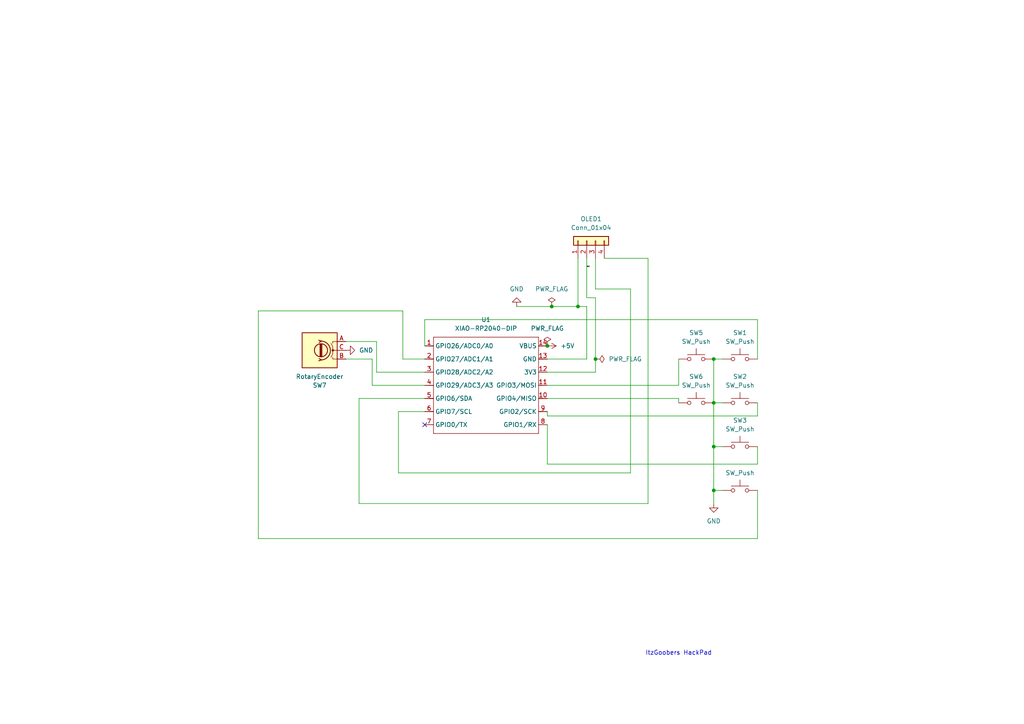
<source format=kicad_sch>
(kicad_sch
	(version 20250114)
	(generator "eeschema")
	(generator_version "9.0")
	(uuid "2de14a12-f393-4c95-a541-734d23138126")
	(paper "A4")
	(lib_symbols
		(symbol "Device:RotaryEncoder"
			(pin_names
				(offset 0.254)
				(hide yes)
			)
			(exclude_from_sim no)
			(in_bom yes)
			(on_board yes)
			(property "Reference" "SW"
				(at 0 6.604 0)
				(effects
					(font
						(size 1.27 1.27)
					)
				)
			)
			(property "Value" "RotaryEncoder"
				(at 0 -6.604 0)
				(effects
					(font
						(size 1.27 1.27)
					)
				)
			)
			(property "Footprint" ""
				(at -3.81 4.064 0)
				(effects
					(font
						(size 1.27 1.27)
					)
					(hide yes)
				)
			)
			(property "Datasheet" "~"
				(at 0 6.604 0)
				(effects
					(font
						(size 1.27 1.27)
					)
					(hide yes)
				)
			)
			(property "Description" "Rotary encoder, dual channel, incremental quadrate outputs"
				(at 0 0 0)
				(effects
					(font
						(size 1.27 1.27)
					)
					(hide yes)
				)
			)
			(property "ki_keywords" "rotary switch encoder"
				(at 0 0 0)
				(effects
					(font
						(size 1.27 1.27)
					)
					(hide yes)
				)
			)
			(property "ki_fp_filters" "RotaryEncoder*"
				(at 0 0 0)
				(effects
					(font
						(size 1.27 1.27)
					)
					(hide yes)
				)
			)
			(symbol "RotaryEncoder_0_1"
				(rectangle
					(start -5.08 5.08)
					(end 5.08 -5.08)
					(stroke
						(width 0.254)
						(type default)
					)
					(fill
						(type background)
					)
				)
				(polyline
					(pts
						(xy -5.08 2.54) (xy -3.81 2.54) (xy -3.81 2.032)
					)
					(stroke
						(width 0)
						(type default)
					)
					(fill
						(type none)
					)
				)
				(polyline
					(pts
						(xy -5.08 0) (xy -3.81 0) (xy -3.81 -1.016) (xy -3.302 -2.032)
					)
					(stroke
						(width 0)
						(type default)
					)
					(fill
						(type none)
					)
				)
				(polyline
					(pts
						(xy -5.08 -2.54) (xy -3.81 -2.54) (xy -3.81 -2.032)
					)
					(stroke
						(width 0)
						(type default)
					)
					(fill
						(type none)
					)
				)
				(polyline
					(pts
						(xy -4.318 0) (xy -3.81 0) (xy -3.81 1.016) (xy -3.302 2.032)
					)
					(stroke
						(width 0)
						(type default)
					)
					(fill
						(type none)
					)
				)
				(circle
					(center -3.81 0)
					(radius 0.254)
					(stroke
						(width 0)
						(type default)
					)
					(fill
						(type outline)
					)
				)
				(polyline
					(pts
						(xy -0.635 -1.778) (xy -0.635 1.778)
					)
					(stroke
						(width 0.254)
						(type default)
					)
					(fill
						(type none)
					)
				)
				(circle
					(center -0.381 0)
					(radius 1.905)
					(stroke
						(width 0.254)
						(type default)
					)
					(fill
						(type none)
					)
				)
				(polyline
					(pts
						(xy -0.381 -1.778) (xy -0.381 1.778)
					)
					(stroke
						(width 0.254)
						(type default)
					)
					(fill
						(type none)
					)
				)
				(arc
					(start -0.381 -2.794)
					(mid -3.0988 -0.0635)
					(end -0.381 2.667)
					(stroke
						(width 0.254)
						(type default)
					)
					(fill
						(type none)
					)
				)
				(polyline
					(pts
						(xy -0.127 1.778) (xy -0.127 -1.778)
					)
					(stroke
						(width 0.254)
						(type default)
					)
					(fill
						(type none)
					)
				)
				(polyline
					(pts
						(xy 0.254 2.921) (xy -0.508 2.667) (xy 0.127 2.286)
					)
					(stroke
						(width 0.254)
						(type default)
					)
					(fill
						(type none)
					)
				)
				(polyline
					(pts
						(xy 0.254 -3.048) (xy -0.508 -2.794) (xy 0.127 -2.413)
					)
					(stroke
						(width 0.254)
						(type default)
					)
					(fill
						(type none)
					)
				)
			)
			(symbol "RotaryEncoder_1_1"
				(pin passive line
					(at -7.62 2.54 0)
					(length 2.54)
					(name "A"
						(effects
							(font
								(size 1.27 1.27)
							)
						)
					)
					(number "A"
						(effects
							(font
								(size 1.27 1.27)
							)
						)
					)
				)
				(pin passive line
					(at -7.62 0 0)
					(length 2.54)
					(name "C"
						(effects
							(font
								(size 1.27 1.27)
							)
						)
					)
					(number "C"
						(effects
							(font
								(size 1.27 1.27)
							)
						)
					)
				)
				(pin passive line
					(at -7.62 -2.54 0)
					(length 2.54)
					(name "B"
						(effects
							(font
								(size 1.27 1.27)
							)
						)
					)
					(number "B"
						(effects
							(font
								(size 1.27 1.27)
							)
						)
					)
				)
			)
			(embedded_fonts no)
		)
		(symbol "New_Library:Conn_01x04"
			(pin_names
				(offset 1.016)
				(hide yes)
			)
			(exclude_from_sim no)
			(in_bom yes)
			(on_board yes)
			(property "Reference" "OLED1"
				(at 6.35 -1.27 90)
				(effects
					(font
						(size 1.27 1.27)
					)
				)
			)
			(property "Value" "Conn_01x04"
				(at 3.81 -1.27 90)
				(effects
					(font
						(size 1.27 1.27)
					)
				)
			)
			(property "Footprint" "SSD1306_OLED-0.91-128x32:SSD1306-0.91-OLED-4pin-128x32"
				(at 0 0 0)
				(effects
					(font
						(size 1.27 1.27)
					)
					(hide yes)
				)
			)
			(property "Datasheet" "~"
				(at 0 0 0)
				(effects
					(font
						(size 1.27 1.27)
					)
					(hide yes)
				)
			)
			(property "Description" "Generic connector, single row, 01x04, script generated (kicad-library-utils/schlib/autogen/connector/)"
				(at 0 0 0)
				(effects
					(font
						(size 1.27 1.27)
					)
					(hide yes)
				)
			)
			(property "ki_keywords" "connector"
				(at 0 0 0)
				(effects
					(font
						(size 1.27 1.27)
					)
					(hide yes)
				)
			)
			(property "ki_fp_filters" "Connector*:*_1x??_*"
				(at 0 0 0)
				(effects
					(font
						(size 1.27 1.27)
					)
					(hide yes)
				)
			)
			(symbol "Conn_01x04_1_1"
				(rectangle
					(start -1.27 3.81)
					(end 1.27 -6.35)
					(stroke
						(width 0.254)
						(type default)
					)
					(fill
						(type background)
					)
				)
				(rectangle
					(start -1.27 2.667)
					(end 0 2.413)
					(stroke
						(width 0.1524)
						(type default)
					)
					(fill
						(type none)
					)
				)
				(rectangle
					(start -1.27 0.127)
					(end 0 -0.127)
					(stroke
						(width 0.1524)
						(type default)
					)
					(fill
						(type none)
					)
				)
				(rectangle
					(start -1.27 -2.413)
					(end 0 -2.667)
					(stroke
						(width 0.1524)
						(type default)
					)
					(fill
						(type none)
					)
				)
				(rectangle
					(start -1.27 -4.953)
					(end 0 -5.207)
					(stroke
						(width 0.1524)
						(type default)
					)
					(fill
						(type none)
					)
				)
				(pin passive line
					(at -5.08 2.54 0)
					(length 3.81)
					(name "GND"
						(effects
							(font
								(size 1.27 1.27)
							)
						)
					)
					(number "1"
						(effects
							(font
								(size 1.27 1.27)
							)
						)
					)
				)
				(pin passive line
					(at -5.08 0 0)
					(length 3.81)
					(name "VCC"
						(effects
							(font
								(size 1.27 1.27)
							)
						)
					)
					(number "2"
						(effects
							(font
								(size 1.27 1.27)
							)
						)
					)
				)
				(pin passive line
					(at -5.08 -2.54 0)
					(length 3.81)
					(name "SCL"
						(effects
							(font
								(size 1.27 1.27)
							)
						)
					)
					(number "3"
						(effects
							(font
								(size 1.27 1.27)
							)
						)
					)
				)
				(pin passive line
					(at -5.08 -5.08 0)
					(length 3.81)
					(name "SDA"
						(effects
							(font
								(size 1.27 1.27)
							)
						)
					)
					(number "4"
						(effects
							(font
								(size 1.27 1.27)
							)
						)
					)
				)
			)
			(embedded_fonts no)
		)
		(symbol "OPL Library:XIAO-RP2040-DIP"
			(exclude_from_sim no)
			(in_bom yes)
			(on_board yes)
			(property "Reference" "U"
				(at 0 0 0)
				(effects
					(font
						(size 1.27 1.27)
					)
				)
			)
			(property "Value" "XIAO-RP2040-DIP"
				(at 5.334 -1.778 0)
				(effects
					(font
						(size 1.27 1.27)
					)
				)
			)
			(property "Footprint" "Module:MOUDLE14P-XIAO-DIP-SMD"
				(at 14.478 -32.258 0)
				(effects
					(font
						(size 1.27 1.27)
					)
					(hide yes)
				)
			)
			(property "Datasheet" ""
				(at 0 0 0)
				(effects
					(font
						(size 1.27 1.27)
					)
					(hide yes)
				)
			)
			(property "Description" ""
				(at 0 0 0)
				(effects
					(font
						(size 1.27 1.27)
					)
					(hide yes)
				)
			)
			(symbol "XIAO-RP2040-DIP_1_0"
				(polyline
					(pts
						(xy -1.27 -2.54) (xy 29.21 -2.54)
					)
					(stroke
						(width 0.1524)
						(type solid)
					)
					(fill
						(type none)
					)
				)
				(polyline
					(pts
						(xy -1.27 -5.08) (xy -2.54 -5.08)
					)
					(stroke
						(width 0.1524)
						(type solid)
					)
					(fill
						(type none)
					)
				)
				(polyline
					(pts
						(xy -1.27 -5.08) (xy -1.27 -2.54)
					)
					(stroke
						(width 0.1524)
						(type solid)
					)
					(fill
						(type none)
					)
				)
				(polyline
					(pts
						(xy -1.27 -8.89) (xy -2.54 -8.89)
					)
					(stroke
						(width 0.1524)
						(type solid)
					)
					(fill
						(type none)
					)
				)
				(polyline
					(pts
						(xy -1.27 -8.89) (xy -1.27 -5.08)
					)
					(stroke
						(width 0.1524)
						(type solid)
					)
					(fill
						(type none)
					)
				)
				(polyline
					(pts
						(xy -1.27 -12.7) (xy -2.54 -12.7)
					)
					(stroke
						(width 0.1524)
						(type solid)
					)
					(fill
						(type none)
					)
				)
				(polyline
					(pts
						(xy -1.27 -12.7) (xy -1.27 -8.89)
					)
					(stroke
						(width 0.1524)
						(type solid)
					)
					(fill
						(type none)
					)
				)
				(polyline
					(pts
						(xy -1.27 -16.51) (xy -2.54 -16.51)
					)
					(stroke
						(width 0.1524)
						(type solid)
					)
					(fill
						(type none)
					)
				)
				(polyline
					(pts
						(xy -1.27 -16.51) (xy -1.27 -12.7)
					)
					(stroke
						(width 0.1524)
						(type solid)
					)
					(fill
						(type none)
					)
				)
				(polyline
					(pts
						(xy -1.27 -20.32) (xy -2.54 -20.32)
					)
					(stroke
						(width 0.1524)
						(type solid)
					)
					(fill
						(type none)
					)
				)
				(polyline
					(pts
						(xy -1.27 -24.13) (xy -2.54 -24.13)
					)
					(stroke
						(width 0.1524)
						(type solid)
					)
					(fill
						(type none)
					)
				)
				(polyline
					(pts
						(xy -1.27 -27.94) (xy -2.54 -27.94)
					)
					(stroke
						(width 0.1524)
						(type solid)
					)
					(fill
						(type none)
					)
				)
				(polyline
					(pts
						(xy -1.27 -30.48) (xy -1.27 -16.51)
					)
					(stroke
						(width 0.1524)
						(type solid)
					)
					(fill
						(type none)
					)
				)
				(polyline
					(pts
						(xy 29.21 -2.54) (xy 29.21 -5.08)
					)
					(stroke
						(width 0.1524)
						(type solid)
					)
					(fill
						(type none)
					)
				)
				(polyline
					(pts
						(xy 29.21 -5.08) (xy 29.21 -8.89)
					)
					(stroke
						(width 0.1524)
						(type solid)
					)
					(fill
						(type none)
					)
				)
				(polyline
					(pts
						(xy 29.21 -8.89) (xy 29.21 -12.7)
					)
					(stroke
						(width 0.1524)
						(type solid)
					)
					(fill
						(type none)
					)
				)
				(polyline
					(pts
						(xy 29.21 -12.7) (xy 29.21 -30.48)
					)
					(stroke
						(width 0.1524)
						(type solid)
					)
					(fill
						(type none)
					)
				)
				(polyline
					(pts
						(xy 29.21 -30.48) (xy -1.27 -30.48)
					)
					(stroke
						(width 0.1524)
						(type solid)
					)
					(fill
						(type none)
					)
				)
				(polyline
					(pts
						(xy 30.48 -5.08) (xy 29.21 -5.08)
					)
					(stroke
						(width 0.1524)
						(type solid)
					)
					(fill
						(type none)
					)
				)
				(polyline
					(pts
						(xy 30.48 -8.89) (xy 29.21 -8.89)
					)
					(stroke
						(width 0.1524)
						(type solid)
					)
					(fill
						(type none)
					)
				)
				(polyline
					(pts
						(xy 30.48 -12.7) (xy 29.21 -12.7)
					)
					(stroke
						(width 0.1524)
						(type solid)
					)
					(fill
						(type none)
					)
				)
				(polyline
					(pts
						(xy 30.48 -16.51) (xy 29.21 -16.51)
					)
					(stroke
						(width 0.1524)
						(type solid)
					)
					(fill
						(type none)
					)
				)
				(polyline
					(pts
						(xy 30.48 -20.32) (xy 29.21 -20.32)
					)
					(stroke
						(width 0.1524)
						(type solid)
					)
					(fill
						(type none)
					)
				)
				(polyline
					(pts
						(xy 30.48 -24.13) (xy 29.21 -24.13)
					)
					(stroke
						(width 0.1524)
						(type solid)
					)
					(fill
						(type none)
					)
				)
				(polyline
					(pts
						(xy 30.48 -27.94) (xy 29.21 -27.94)
					)
					(stroke
						(width 0.1524)
						(type solid)
					)
					(fill
						(type none)
					)
				)
				(pin passive line
					(at -3.81 -5.08 0)
					(length 2.54)
					(name "GPIO26/ADC0/A0"
						(effects
							(font
								(size 1.27 1.27)
							)
						)
					)
					(number "1"
						(effects
							(font
								(size 1.27 1.27)
							)
						)
					)
				)
				(pin passive line
					(at -3.81 -8.89 0)
					(length 2.54)
					(name "GPIO27/ADC1/A1"
						(effects
							(font
								(size 1.27 1.27)
							)
						)
					)
					(number "2"
						(effects
							(font
								(size 1.27 1.27)
							)
						)
					)
				)
				(pin passive line
					(at -3.81 -12.7 0)
					(length 2.54)
					(name "GPIO28/ADC2/A2"
						(effects
							(font
								(size 1.27 1.27)
							)
						)
					)
					(number "3"
						(effects
							(font
								(size 1.27 1.27)
							)
						)
					)
				)
				(pin passive line
					(at -3.81 -16.51 0)
					(length 2.54)
					(name "GPIO29/ADC3/A3"
						(effects
							(font
								(size 1.27 1.27)
							)
						)
					)
					(number "4"
						(effects
							(font
								(size 1.27 1.27)
							)
						)
					)
				)
				(pin passive line
					(at -3.81 -20.32 0)
					(length 2.54)
					(name "GPIO6/SDA"
						(effects
							(font
								(size 1.27 1.27)
							)
						)
					)
					(number "5"
						(effects
							(font
								(size 1.27 1.27)
							)
						)
					)
				)
				(pin passive line
					(at -3.81 -24.13 0)
					(length 2.54)
					(name "GPIO7/SCL"
						(effects
							(font
								(size 1.27 1.27)
							)
						)
					)
					(number "6"
						(effects
							(font
								(size 1.27 1.27)
							)
						)
					)
				)
				(pin passive line
					(at -3.81 -27.94 0)
					(length 2.54)
					(name "GPIO0/TX"
						(effects
							(font
								(size 1.27 1.27)
							)
						)
					)
					(number "7"
						(effects
							(font
								(size 1.27 1.27)
							)
						)
					)
				)
				(pin passive line
					(at 31.75 -5.08 180)
					(length 2.54)
					(name "VBUS"
						(effects
							(font
								(size 1.27 1.27)
							)
						)
					)
					(number "14"
						(effects
							(font
								(size 1.27 1.27)
							)
						)
					)
				)
				(pin passive line
					(at 31.75 -8.89 180)
					(length 2.54)
					(name "GND"
						(effects
							(font
								(size 1.27 1.27)
							)
						)
					)
					(number "13"
						(effects
							(font
								(size 1.27 1.27)
							)
						)
					)
				)
				(pin passive line
					(at 31.75 -12.7 180)
					(length 2.54)
					(name "3V3"
						(effects
							(font
								(size 1.27 1.27)
							)
						)
					)
					(number "12"
						(effects
							(font
								(size 1.27 1.27)
							)
						)
					)
				)
				(pin passive line
					(at 31.75 -16.51 180)
					(length 2.54)
					(name "GPIO3/MOSI"
						(effects
							(font
								(size 1.27 1.27)
							)
						)
					)
					(number "11"
						(effects
							(font
								(size 1.27 1.27)
							)
						)
					)
				)
				(pin passive line
					(at 31.75 -20.32 180)
					(length 2.54)
					(name "GPIO4/MISO"
						(effects
							(font
								(size 1.27 1.27)
							)
						)
					)
					(number "10"
						(effects
							(font
								(size 1.27 1.27)
							)
						)
					)
				)
				(pin passive line
					(at 31.75 -24.13 180)
					(length 2.54)
					(name "GPIO2/SCK"
						(effects
							(font
								(size 1.27 1.27)
							)
						)
					)
					(number "9"
						(effects
							(font
								(size 1.27 1.27)
							)
						)
					)
				)
				(pin passive line
					(at 31.75 -27.94 180)
					(length 2.54)
					(name "GPIO1/RX"
						(effects
							(font
								(size 1.27 1.27)
							)
						)
					)
					(number "8"
						(effects
							(font
								(size 1.27 1.27)
							)
						)
					)
				)
			)
			(embedded_fonts no)
		)
		(symbol "SW_Push_1"
			(pin_numbers
				(hide yes)
			)
			(pin_names
				(offset 1.016)
				(hide yes)
			)
			(exclude_from_sim no)
			(in_bom yes)
			(on_board yes)
			(property "Reference" "SW"
				(at 1.27 2.54 0)
				(effects
					(font
						(size 1.27 1.27)
					)
					(justify left)
				)
			)
			(property "Value" "SW_Push"
				(at 0 -1.524 0)
				(effects
					(font
						(size 1.27 1.27)
					)
				)
			)
			(property "Footprint" ""
				(at 0 5.08 0)
				(effects
					(font
						(size 1.27 1.27)
					)
					(hide yes)
				)
			)
			(property "Datasheet" "~"
				(at 0 5.08 0)
				(effects
					(font
						(size 1.27 1.27)
					)
					(hide yes)
				)
			)
			(property "Description" "Push button switch, generic, two pins"
				(at 0 0 0)
				(effects
					(font
						(size 1.27 1.27)
					)
					(hide yes)
				)
			)
			(property "ki_keywords" "switch normally-open pushbutton push-button"
				(at 0 0 0)
				(effects
					(font
						(size 1.27 1.27)
					)
					(hide yes)
				)
			)
			(symbol "SW_Push_1_0_1"
				(circle
					(center -2.032 0)
					(radius 0.508)
					(stroke
						(width 0)
						(type default)
					)
					(fill
						(type none)
					)
				)
				(polyline
					(pts
						(xy 0 1.27) (xy 0 3.048)
					)
					(stroke
						(width 0)
						(type default)
					)
					(fill
						(type none)
					)
				)
				(circle
					(center 2.032 0)
					(radius 0.508)
					(stroke
						(width 0)
						(type default)
					)
					(fill
						(type none)
					)
				)
				(polyline
					(pts
						(xy 2.54 1.27) (xy -2.54 1.27)
					)
					(stroke
						(width 0)
						(type default)
					)
					(fill
						(type none)
					)
				)
				(pin passive line
					(at -5.08 0 0)
					(length 2.54)
					(name "1"
						(effects
							(font
								(size 1.27 1.27)
							)
						)
					)
					(number "1"
						(effects
							(font
								(size 1.27 1.27)
							)
						)
					)
				)
				(pin passive line
					(at 5.08 0 180)
					(length 2.54)
					(name "2"
						(effects
							(font
								(size 1.27 1.27)
							)
						)
					)
					(number "2"
						(effects
							(font
								(size 1.27 1.27)
							)
						)
					)
				)
			)
			(embedded_fonts no)
		)
		(symbol "SW_Push_2"
			(pin_numbers
				(hide yes)
			)
			(pin_names
				(offset 1.016)
				(hide yes)
			)
			(exclude_from_sim no)
			(in_bom yes)
			(on_board yes)
			(property "Reference" "SW"
				(at 1.27 2.54 0)
				(effects
					(font
						(size 1.27 1.27)
					)
					(justify left)
				)
			)
			(property "Value" "SW_Push"
				(at 0 -1.524 0)
				(effects
					(font
						(size 1.27 1.27)
					)
				)
			)
			(property "Footprint" ""
				(at 0 5.08 0)
				(effects
					(font
						(size 1.27 1.27)
					)
					(hide yes)
				)
			)
			(property "Datasheet" "~"
				(at 0 5.08 0)
				(effects
					(font
						(size 1.27 1.27)
					)
					(hide yes)
				)
			)
			(property "Description" "Push button switch, generic, two pins"
				(at 0 0 0)
				(effects
					(font
						(size 1.27 1.27)
					)
					(hide yes)
				)
			)
			(property "ki_keywords" "switch normally-open pushbutton push-button"
				(at 0 0 0)
				(effects
					(font
						(size 1.27 1.27)
					)
					(hide yes)
				)
			)
			(symbol "SW_Push_2_0_1"
				(circle
					(center -2.032 0)
					(radius 0.508)
					(stroke
						(width 0)
						(type default)
					)
					(fill
						(type none)
					)
				)
				(polyline
					(pts
						(xy 0 1.27) (xy 0 3.048)
					)
					(stroke
						(width 0)
						(type default)
					)
					(fill
						(type none)
					)
				)
				(circle
					(center 2.032 0)
					(radius 0.508)
					(stroke
						(width 0)
						(type default)
					)
					(fill
						(type none)
					)
				)
				(polyline
					(pts
						(xy 2.54 1.27) (xy -2.54 1.27)
					)
					(stroke
						(width 0)
						(type default)
					)
					(fill
						(type none)
					)
				)
				(pin passive line
					(at -5.08 0 0)
					(length 2.54)
					(name "1"
						(effects
							(font
								(size 1.27 1.27)
							)
						)
					)
					(number "1"
						(effects
							(font
								(size 1.27 1.27)
							)
						)
					)
				)
				(pin passive line
					(at 5.08 0 180)
					(length 2.54)
					(name "2"
						(effects
							(font
								(size 1.27 1.27)
							)
						)
					)
					(number "2"
						(effects
							(font
								(size 1.27 1.27)
							)
						)
					)
				)
			)
			(embedded_fonts no)
		)
		(symbol "Switch:SW_Push"
			(pin_numbers
				(hide yes)
			)
			(pin_names
				(offset 1.016)
				(hide yes)
			)
			(exclude_from_sim no)
			(in_bom yes)
			(on_board yes)
			(property "Reference" "SW"
				(at 1.27 2.54 0)
				(effects
					(font
						(size 1.27 1.27)
					)
					(justify left)
				)
			)
			(property "Value" "SW_Push"
				(at 0 -1.524 0)
				(effects
					(font
						(size 1.27 1.27)
					)
				)
			)
			(property "Footprint" ""
				(at 0 5.08 0)
				(effects
					(font
						(size 1.27 1.27)
					)
					(hide yes)
				)
			)
			(property "Datasheet" "~"
				(at 0 5.08 0)
				(effects
					(font
						(size 1.27 1.27)
					)
					(hide yes)
				)
			)
			(property "Description" "Push button switch, generic, two pins"
				(at 0 0 0)
				(effects
					(font
						(size 1.27 1.27)
					)
					(hide yes)
				)
			)
			(property "ki_keywords" "switch normally-open pushbutton push-button"
				(at 0 0 0)
				(effects
					(font
						(size 1.27 1.27)
					)
					(hide yes)
				)
			)
			(symbol "SW_Push_0_1"
				(circle
					(center -2.032 0)
					(radius 0.508)
					(stroke
						(width 0)
						(type default)
					)
					(fill
						(type none)
					)
				)
				(polyline
					(pts
						(xy 0 1.27) (xy 0 3.048)
					)
					(stroke
						(width 0)
						(type default)
					)
					(fill
						(type none)
					)
				)
				(circle
					(center 2.032 0)
					(radius 0.508)
					(stroke
						(width 0)
						(type default)
					)
					(fill
						(type none)
					)
				)
				(polyline
					(pts
						(xy 2.54 1.27) (xy -2.54 1.27)
					)
					(stroke
						(width 0)
						(type default)
					)
					(fill
						(type none)
					)
				)
				(pin passive line
					(at -5.08 0 0)
					(length 2.54)
					(name "1"
						(effects
							(font
								(size 1.27 1.27)
							)
						)
					)
					(number "1"
						(effects
							(font
								(size 1.27 1.27)
							)
						)
					)
				)
				(pin passive line
					(at 5.08 0 180)
					(length 2.54)
					(name "2"
						(effects
							(font
								(size 1.27 1.27)
							)
						)
					)
					(number "2"
						(effects
							(font
								(size 1.27 1.27)
							)
						)
					)
				)
			)
			(embedded_fonts no)
		)
		(symbol "power:+5V"
			(power)
			(pin_numbers
				(hide yes)
			)
			(pin_names
				(offset 0)
				(hide yes)
			)
			(exclude_from_sim no)
			(in_bom yes)
			(on_board yes)
			(property "Reference" "#PWR"
				(at 0 -3.81 0)
				(effects
					(font
						(size 1.27 1.27)
					)
					(hide yes)
				)
			)
			(property "Value" "+5V"
				(at 0 3.556 0)
				(effects
					(font
						(size 1.27 1.27)
					)
				)
			)
			(property "Footprint" ""
				(at 0 0 0)
				(effects
					(font
						(size 1.27 1.27)
					)
					(hide yes)
				)
			)
			(property "Datasheet" ""
				(at 0 0 0)
				(effects
					(font
						(size 1.27 1.27)
					)
					(hide yes)
				)
			)
			(property "Description" "Power symbol creates a global label with name \"+5V\""
				(at 0 0 0)
				(effects
					(font
						(size 1.27 1.27)
					)
					(hide yes)
				)
			)
			(property "ki_keywords" "global power"
				(at 0 0 0)
				(effects
					(font
						(size 1.27 1.27)
					)
					(hide yes)
				)
			)
			(symbol "+5V_0_1"
				(polyline
					(pts
						(xy -0.762 1.27) (xy 0 2.54)
					)
					(stroke
						(width 0)
						(type default)
					)
					(fill
						(type none)
					)
				)
				(polyline
					(pts
						(xy 0 2.54) (xy 0.762 1.27)
					)
					(stroke
						(width 0)
						(type default)
					)
					(fill
						(type none)
					)
				)
				(polyline
					(pts
						(xy 0 0) (xy 0 2.54)
					)
					(stroke
						(width 0)
						(type default)
					)
					(fill
						(type none)
					)
				)
			)
			(symbol "+5V_1_1"
				(pin power_in line
					(at 0 0 90)
					(length 0)
					(name "~"
						(effects
							(font
								(size 1.27 1.27)
							)
						)
					)
					(number "1"
						(effects
							(font
								(size 1.27 1.27)
							)
						)
					)
				)
			)
			(embedded_fonts no)
		)
		(symbol "power:GND"
			(power)
			(pin_numbers
				(hide yes)
			)
			(pin_names
				(offset 0)
				(hide yes)
			)
			(exclude_from_sim no)
			(in_bom yes)
			(on_board yes)
			(property "Reference" "#PWR"
				(at 0 -6.35 0)
				(effects
					(font
						(size 1.27 1.27)
					)
					(hide yes)
				)
			)
			(property "Value" "GND"
				(at 0 -3.81 0)
				(effects
					(font
						(size 1.27 1.27)
					)
				)
			)
			(property "Footprint" ""
				(at 0 0 0)
				(effects
					(font
						(size 1.27 1.27)
					)
					(hide yes)
				)
			)
			(property "Datasheet" ""
				(at 0 0 0)
				(effects
					(font
						(size 1.27 1.27)
					)
					(hide yes)
				)
			)
			(property "Description" "Power symbol creates a global label with name \"GND\" , ground"
				(at 0 0 0)
				(effects
					(font
						(size 1.27 1.27)
					)
					(hide yes)
				)
			)
			(property "ki_keywords" "global power"
				(at 0 0 0)
				(effects
					(font
						(size 1.27 1.27)
					)
					(hide yes)
				)
			)
			(symbol "GND_0_1"
				(polyline
					(pts
						(xy 0 0) (xy 0 -1.27) (xy 1.27 -1.27) (xy 0 -2.54) (xy -1.27 -1.27) (xy 0 -1.27)
					)
					(stroke
						(width 0)
						(type default)
					)
					(fill
						(type none)
					)
				)
			)
			(symbol "GND_1_1"
				(pin power_in line
					(at 0 0 270)
					(length 0)
					(name "~"
						(effects
							(font
								(size 1.27 1.27)
							)
						)
					)
					(number "1"
						(effects
							(font
								(size 1.27 1.27)
							)
						)
					)
				)
			)
			(embedded_fonts no)
		)
		(symbol "power:PWR_FLAG"
			(power)
			(pin_numbers
				(hide yes)
			)
			(pin_names
				(offset 0)
				(hide yes)
			)
			(exclude_from_sim no)
			(in_bom yes)
			(on_board yes)
			(property "Reference" "#FLG"
				(at 0 1.905 0)
				(effects
					(font
						(size 1.27 1.27)
					)
					(hide yes)
				)
			)
			(property "Value" "PWR_FLAG"
				(at 0 3.81 0)
				(effects
					(font
						(size 1.27 1.27)
					)
				)
			)
			(property "Footprint" ""
				(at 0 0 0)
				(effects
					(font
						(size 1.27 1.27)
					)
					(hide yes)
				)
			)
			(property "Datasheet" "~"
				(at 0 0 0)
				(effects
					(font
						(size 1.27 1.27)
					)
					(hide yes)
				)
			)
			(property "Description" "Special symbol for telling ERC where power comes from"
				(at 0 0 0)
				(effects
					(font
						(size 1.27 1.27)
					)
					(hide yes)
				)
			)
			(property "ki_keywords" "flag power"
				(at 0 0 0)
				(effects
					(font
						(size 1.27 1.27)
					)
					(hide yes)
				)
			)
			(symbol "PWR_FLAG_0_0"
				(pin power_out line
					(at 0 0 90)
					(length 0)
					(name "~"
						(effects
							(font
								(size 1.27 1.27)
							)
						)
					)
					(number "1"
						(effects
							(font
								(size 1.27 1.27)
							)
						)
					)
				)
			)
			(symbol "PWR_FLAG_0_1"
				(polyline
					(pts
						(xy 0 0) (xy 0 1.27) (xy -1.016 1.905) (xy 0 2.54) (xy 1.016 1.905) (xy 0 1.27)
					)
					(stroke
						(width 0)
						(type default)
					)
					(fill
						(type none)
					)
				)
			)
			(embedded_fonts no)
		)
	)
	(text "ItzGoobers HackPad"
		(exclude_from_sim no)
		(at 196.85 189.484 0)
		(effects
			(font
				(size 1.27 1.27)
			)
		)
		(uuid "4f56b14a-5050-4bf2-9cac-a8d7c75c44e1")
	)
	(junction
		(at 207.01 142.24)
		(diameter 0)
		(color 0 0 0 0)
		(uuid "161c8307-edf2-4c14-b9d8-493b7bd33dda")
	)
	(junction
		(at 158.75 100.33)
		(diameter 0)
		(color 0 0 0 0)
		(uuid "2ddda362-b469-4a41-a217-bc588ab16a5f")
	)
	(junction
		(at 207.01 104.14)
		(diameter 0)
		(color 0 0 0 0)
		(uuid "35d64171-200a-4328-8390-fd3019349fd4")
	)
	(junction
		(at 207.01 116.84)
		(diameter 0)
		(color 0 0 0 0)
		(uuid "36256834-300f-41b7-98b8-a94715c06017")
	)
	(junction
		(at 160.02 88.9)
		(diameter 0)
		(color 0 0 0 0)
		(uuid "50d4d118-0486-46f8-8353-b04b2375d56d")
	)
	(junction
		(at 167.64 88.9)
		(diameter 0)
		(color 0 0 0 0)
		(uuid "699f7afa-7e6d-4360-a502-cf06ab89c5b9")
	)
	(junction
		(at 207.01 129.54)
		(diameter 0)
		(color 0 0 0 0)
		(uuid "ec06c266-4514-4753-951c-ba92672e5ee9")
	)
	(junction
		(at 172.72 104.14)
		(diameter 0)
		(color 0 0 0 0)
		(uuid "f1b66c83-1a27-42e2-a5f5-9ec6145a6fe7")
	)
	(no_connect
		(at 123.19 123.19)
		(uuid "1594b0bd-d726-4c93-8ff3-d177b94b7311")
	)
	(wire
		(pts
			(xy 172.72 74.93) (xy 172.72 83.82)
		)
		(stroke
			(width 0)
			(type default)
		)
		(uuid "05c00090-8d52-4a0c-aed8-afaa9552be1c")
	)
	(wire
		(pts
			(xy 219.71 142.24) (xy 219.71 156.21)
		)
		(stroke
			(width 0)
			(type default)
		)
		(uuid "0facfe9f-34fd-4151-a1f2-2f8cb1f71c38")
	)
	(wire
		(pts
			(xy 170.18 104.14) (xy 158.75 104.14)
		)
		(stroke
			(width 0)
			(type default)
		)
		(uuid "157112d6-2357-4a02-a1fb-ed02c9596f76")
	)
	(wire
		(pts
			(xy 207.01 142.24) (xy 207.01 146.05)
		)
		(stroke
			(width 0)
			(type default)
		)
		(uuid "162617cf-53c5-4fc7-8d98-4fabfd79b67a")
	)
	(wire
		(pts
			(xy 170.18 88.9) (xy 170.18 104.14)
		)
		(stroke
			(width 0)
			(type default)
		)
		(uuid "1c79b878-db39-4546-854d-de29ee5c5ac9")
	)
	(wire
		(pts
			(xy 175.26 74.93) (xy 187.96 74.93)
		)
		(stroke
			(width 0)
			(type default)
		)
		(uuid "1f6f08e5-0d0d-4344-8cf8-6512d6ffd4a2")
	)
	(wire
		(pts
			(xy 207.01 129.54) (xy 209.55 129.54)
		)
		(stroke
			(width 0)
			(type default)
		)
		(uuid "24c0e110-86e2-4fe7-b92e-951ae0867e2f")
	)
	(wire
		(pts
			(xy 115.57 137.16) (xy 115.57 119.38)
		)
		(stroke
			(width 0)
			(type default)
		)
		(uuid "2ccf675f-b772-4a29-a3cb-e699ce62049a")
	)
	(wire
		(pts
			(xy 182.88 83.82) (xy 182.88 137.16)
		)
		(stroke
			(width 0)
			(type default)
		)
		(uuid "2d7067cf-6472-4ade-97e3-44b45bdf75d0")
	)
	(wire
		(pts
			(xy 219.71 120.65) (xy 158.75 120.65)
		)
		(stroke
			(width 0)
			(type default)
		)
		(uuid "2f105db5-eb3c-4cea-9486-90c8a574676e")
	)
	(wire
		(pts
			(xy 170.18 86.36) (xy 172.72 86.36)
		)
		(stroke
			(width 0)
			(type default)
		)
		(uuid "308dd614-91f6-438e-87d5-75d64560ad0a")
	)
	(wire
		(pts
			(xy 196.85 115.57) (xy 196.85 116.84)
		)
		(stroke
			(width 0)
			(type default)
		)
		(uuid "3b3391ba-73fa-422f-a74d-09735b63e847")
	)
	(wire
		(pts
			(xy 207.01 142.24) (xy 209.55 142.24)
		)
		(stroke
			(width 0)
			(type default)
		)
		(uuid "413f5dd9-d88a-47c8-b41b-fa016645bd12")
	)
	(wire
		(pts
			(xy 158.75 120.65) (xy 158.75 119.38)
		)
		(stroke
			(width 0)
			(type default)
		)
		(uuid "438961e9-18dc-4efd-b913-cd281648514f")
	)
	(wire
		(pts
			(xy 219.71 156.21) (xy 74.93 156.21)
		)
		(stroke
			(width 0)
			(type default)
		)
		(uuid "4b85f31d-3287-4f64-841c-482ba29aff23")
	)
	(wire
		(pts
			(xy 158.75 111.76) (xy 196.85 111.76)
		)
		(stroke
			(width 0)
			(type default)
		)
		(uuid "4e169584-f7e4-42e0-a633-8c7e57124221")
	)
	(wire
		(pts
			(xy 207.01 129.54) (xy 207.01 142.24)
		)
		(stroke
			(width 0)
			(type default)
		)
		(uuid "4eb300e1-a3c1-4748-83e9-7b4601674e7d")
	)
	(wire
		(pts
			(xy 167.64 74.93) (xy 167.64 88.9)
		)
		(stroke
			(width 0)
			(type default)
		)
		(uuid "5b112409-8896-440f-bc30-3712baa08bf9")
	)
	(wire
		(pts
			(xy 100.33 99.06) (xy 109.22 99.06)
		)
		(stroke
			(width 0)
			(type default)
		)
		(uuid "663ad189-f2b8-4cad-bcd0-17edc6688318")
	)
	(wire
		(pts
			(xy 116.84 104.14) (xy 123.19 104.14)
		)
		(stroke
			(width 0)
			(type default)
		)
		(uuid "699a2c17-8e6f-4143-8096-f87d68a284a4")
	)
	(wire
		(pts
			(xy 104.14 115.57) (xy 123.19 115.57)
		)
		(stroke
			(width 0)
			(type default)
		)
		(uuid "724f2818-e4d4-4b54-b65a-3f7da51cab22")
	)
	(wire
		(pts
			(xy 182.88 137.16) (xy 115.57 137.16)
		)
		(stroke
			(width 0)
			(type default)
		)
		(uuid "735949f8-e0ca-423e-a9c7-e21bcb91077e")
	)
	(wire
		(pts
			(xy 219.71 104.14) (xy 219.71 92.71)
		)
		(stroke
			(width 0)
			(type default)
		)
		(uuid "73833d2a-9e88-46d3-81af-feaf00ab5596")
	)
	(wire
		(pts
			(xy 158.75 115.57) (xy 196.85 115.57)
		)
		(stroke
			(width 0)
			(type default)
		)
		(uuid "75e34f4a-b81c-4366-b6e6-1891d53308a7")
	)
	(wire
		(pts
			(xy 160.02 88.9) (xy 167.64 88.9)
		)
		(stroke
			(width 0)
			(type default)
		)
		(uuid "8ec8d7cd-cb2c-433c-af03-36cb17585d20")
	)
	(wire
		(pts
			(xy 167.64 88.9) (xy 170.18 88.9)
		)
		(stroke
			(width 0)
			(type default)
		)
		(uuid "906fd00d-27d1-4678-864c-4f22522b0517")
	)
	(wire
		(pts
			(xy 123.19 92.71) (xy 123.19 100.33)
		)
		(stroke
			(width 0)
			(type default)
		)
		(uuid "917c223e-423b-4859-b602-95e618ed21d2")
	)
	(wire
		(pts
			(xy 172.72 83.82) (xy 182.88 83.82)
		)
		(stroke
			(width 0)
			(type default)
		)
		(uuid "91c2967b-4e52-4c81-9bdf-8d44eca9f2b2")
	)
	(wire
		(pts
			(xy 109.22 107.95) (xy 123.19 107.95)
		)
		(stroke
			(width 0)
			(type default)
		)
		(uuid "98009bdc-08ca-44f5-95bf-9f2760b368e2")
	)
	(wire
		(pts
			(xy 219.71 92.71) (xy 123.19 92.71)
		)
		(stroke
			(width 0)
			(type default)
		)
		(uuid "99c55896-ff9c-4717-b811-773f62282be3")
	)
	(wire
		(pts
			(xy 172.72 104.14) (xy 172.72 107.95)
		)
		(stroke
			(width 0)
			(type default)
		)
		(uuid "9bec550d-6d00-4a11-8167-f5886307d639")
	)
	(wire
		(pts
			(xy 207.01 104.14) (xy 207.01 116.84)
		)
		(stroke
			(width 0)
			(type default)
		)
		(uuid "9c875107-e61c-489c-8c31-590d2a6cfc11")
	)
	(wire
		(pts
			(xy 219.71 129.54) (xy 219.71 134.62)
		)
		(stroke
			(width 0)
			(type default)
		)
		(uuid "9cf48784-d672-4452-a2bb-9dbcee806ba5")
	)
	(wire
		(pts
			(xy 116.84 90.17) (xy 116.84 104.14)
		)
		(stroke
			(width 0)
			(type default)
		)
		(uuid "9f1d88d3-1ace-496a-ac21-4718f0daba1c")
	)
	(wire
		(pts
			(xy 104.14 146.05) (xy 104.14 115.57)
		)
		(stroke
			(width 0)
			(type default)
		)
		(uuid "a28327b7-9d89-4b57-8781-28f4ee5bd440")
	)
	(wire
		(pts
			(xy 107.95 111.76) (xy 123.19 111.76)
		)
		(stroke
			(width 0)
			(type default)
		)
		(uuid "a62f3c11-3243-47e7-8716-ef196a9bbb47")
	)
	(wire
		(pts
			(xy 158.75 134.62) (xy 219.71 134.62)
		)
		(stroke
			(width 0)
			(type default)
		)
		(uuid "b26f6d02-3641-44ca-85ac-55c155c798f3")
	)
	(wire
		(pts
			(xy 115.57 119.38) (xy 123.19 119.38)
		)
		(stroke
			(width 0)
			(type default)
		)
		(uuid "b7fbe798-acf9-4747-9bb6-ce9b8c0a22a3")
	)
	(wire
		(pts
			(xy 158.75 107.95) (xy 172.72 107.95)
		)
		(stroke
			(width 0)
			(type default)
		)
		(uuid "c19209f7-92a4-4ad5-847b-ce3781ed35ca")
	)
	(wire
		(pts
			(xy 219.71 116.84) (xy 219.71 120.65)
		)
		(stroke
			(width 0)
			(type default)
		)
		(uuid "c2d7b5e0-3ac8-4428-a724-78a58da28261")
	)
	(wire
		(pts
			(xy 207.01 116.84) (xy 209.55 116.84)
		)
		(stroke
			(width 0)
			(type default)
		)
		(uuid "c4a70b20-5e83-4787-b4a0-7d98689127f0")
	)
	(wire
		(pts
			(xy 172.72 86.36) (xy 172.72 104.14)
		)
		(stroke
			(width 0)
			(type default)
		)
		(uuid "cac8e029-048c-4cb9-a808-acf03675c765")
	)
	(wire
		(pts
			(xy 187.96 74.93) (xy 187.96 146.05)
		)
		(stroke
			(width 0)
			(type default)
		)
		(uuid "cd48e6c3-2f5e-4264-a0f2-822125bbbbf2")
	)
	(wire
		(pts
			(xy 74.93 156.21) (xy 74.93 90.17)
		)
		(stroke
			(width 0)
			(type default)
		)
		(uuid "d5ec4c97-3ac3-4b6a-8226-7ee2cb710b10")
	)
	(wire
		(pts
			(xy 100.33 104.14) (xy 107.95 104.14)
		)
		(stroke
			(width 0)
			(type default)
		)
		(uuid "dfbb1492-9ffa-4b11-8b71-6042d8cb0b53")
	)
	(wire
		(pts
			(xy 207.01 116.84) (xy 207.01 129.54)
		)
		(stroke
			(width 0)
			(type default)
		)
		(uuid "e7bd0d31-4560-449b-82eb-9ebfb495cd29")
	)
	(wire
		(pts
			(xy 149.86 88.9) (xy 160.02 88.9)
		)
		(stroke
			(width 0)
			(type default)
		)
		(uuid "ee765db9-3020-4f75-8868-5aa7ac56abe5")
	)
	(wire
		(pts
			(xy 209.55 104.14) (xy 207.01 104.14)
		)
		(stroke
			(width 0)
			(type default)
		)
		(uuid "ef2fbf25-413d-4e04-98e9-123588182daa")
	)
	(wire
		(pts
			(xy 109.22 99.06) (xy 109.22 107.95)
		)
		(stroke
			(width 0)
			(type default)
		)
		(uuid "f5d41848-b154-4d48-8178-96d084e735cb")
	)
	(wire
		(pts
			(xy 107.95 104.14) (xy 107.95 111.76)
		)
		(stroke
			(width 0)
			(type default)
		)
		(uuid "f6e26876-19e9-4cac-9ef4-f7e90a0e18b6")
	)
	(wire
		(pts
			(xy 158.75 123.19) (xy 158.75 134.62)
		)
		(stroke
			(width 0)
			(type default)
		)
		(uuid "f92b011d-0b3e-4942-87cd-7519443a2711")
	)
	(wire
		(pts
			(xy 196.85 104.14) (xy 196.85 111.76)
		)
		(stroke
			(width 0)
			(type default)
		)
		(uuid "fc22a58d-4322-4979-8a9c-0817d5ef027f")
	)
	(wire
		(pts
			(xy 187.96 146.05) (xy 104.14 146.05)
		)
		(stroke
			(width 0)
			(type default)
		)
		(uuid "fd9f3902-86aa-4d00-8a74-4e09cd604681")
	)
	(wire
		(pts
			(xy 170.18 74.93) (xy 170.18 86.36)
		)
		(stroke
			(width 0)
			(type default)
		)
		(uuid "fe4340e7-03cc-45c4-b790-4d6a741915dc")
	)
	(wire
		(pts
			(xy 74.93 90.17) (xy 116.84 90.17)
		)
		(stroke
			(width 0)
			(type default)
		)
		(uuid "ffce2808-1988-4404-8d85-c7177f60f9f0")
	)
	(label "3V3"
		(at 170.18 77.47 0)
		(effects
			(font
				(size 0.254 0.254)
			)
			(justify left bottom)
		)
		(uuid "c2cc90b1-d89b-4101-be80-8e3b175857d4")
	)
	(symbol
		(lib_id "New_Library:Conn_01x04")
		(at 170.18 69.85 90)
		(unit 1)
		(exclude_from_sim no)
		(in_bom yes)
		(on_board yes)
		(dnp no)
		(fields_autoplaced yes)
		(uuid "1a5a0070-2978-4a2e-bfcd-258f4451c90b")
		(property "Reference" "OLED1"
			(at 171.45 63.5 90)
			(effects
				(font
					(size 1.27 1.27)
				)
			)
		)
		(property "Value" "Conn_01x04"
			(at 171.45 66.04 90)
			(effects
				(font
					(size 1.27 1.27)
				)
			)
		)
		(property "Footprint" "SSD1306_OLED-0.91-128x32:SSD1306-0.91-OLED-4pin-128x32"
			(at 170.18 69.85 0)
			(effects
				(font
					(size 1.27 1.27)
				)
				(hide yes)
			)
		)
		(property "Datasheet" "~"
			(at 170.18 69.85 0)
			(effects
				(font
					(size 1.27 1.27)
				)
				(hide yes)
			)
		)
		(property "Description" "Generic connector, single row, 01x04, script generated (kicad-library-utils/schlib/autogen/connector/)"
			(at 170.18 69.85 0)
			(effects
				(font
					(size 1.27 1.27)
				)
				(hide yes)
			)
		)
		(pin "3"
			(uuid "03891801-969c-4d4b-bff6-3fa822b12728")
		)
		(pin "2"
			(uuid "4c6f7beb-0558-4a45-b78f-7a0a7037cc74")
		)
		(pin "1"
			(uuid "670b9b82-d55d-40a5-9be7-a4fb3bbdacd6")
		)
		(pin "4"
			(uuid "bfbc3f19-5dc4-457a-bdbf-a6e2fea42806")
		)
		(instances
			(project ""
				(path "/2de14a12-f393-4c95-a541-734d23138126"
					(reference "OLED1")
					(unit 1)
				)
			)
		)
	)
	(symbol
		(lib_id "power:PWR_FLAG")
		(at 172.72 104.14 270)
		(unit 1)
		(exclude_from_sim no)
		(in_bom yes)
		(on_board yes)
		(dnp no)
		(fields_autoplaced yes)
		(uuid "3a86cead-d4d2-4be3-a394-d0f53458ccf8")
		(property "Reference" "#FLG01"
			(at 174.625 104.14 0)
			(effects
				(font
					(size 1.27 1.27)
				)
				(hide yes)
			)
		)
		(property "Value" "PWR_FLAG"
			(at 176.53 104.1399 90)
			(effects
				(font
					(size 1.27 1.27)
				)
				(justify left)
			)
		)
		(property "Footprint" ""
			(at 172.72 104.14 0)
			(effects
				(font
					(size 1.27 1.27)
				)
				(hide yes)
			)
		)
		(property "Datasheet" "~"
			(at 172.72 104.14 0)
			(effects
				(font
					(size 1.27 1.27)
				)
				(hide yes)
			)
		)
		(property "Description" "Special symbol for telling ERC where power comes from"
			(at 172.72 104.14 0)
			(effects
				(font
					(size 1.27 1.27)
				)
				(hide yes)
			)
		)
		(pin "1"
			(uuid "4cbe8e4b-34c1-423e-b0a2-062cbd82faac")
		)
		(instances
			(project "HackPad"
				(path "/2de14a12-f393-4c95-a541-734d23138126"
					(reference "#FLG01")
					(unit 1)
				)
			)
		)
	)
	(symbol
		(lib_id "power:GND")
		(at 149.86 88.9 180)
		(unit 1)
		(exclude_from_sim no)
		(in_bom yes)
		(on_board yes)
		(dnp no)
		(fields_autoplaced yes)
		(uuid "466ac952-e774-46be-9ae8-3ffd327a791f")
		(property "Reference" "#PWR02"
			(at 149.86 82.55 0)
			(effects
				(font
					(size 1.27 1.27)
				)
				(hide yes)
			)
		)
		(property "Value" "GND"
			(at 149.86 83.82 0)
			(effects
				(font
					(size 1.27 1.27)
				)
			)
		)
		(property "Footprint" ""
			(at 149.86 88.9 0)
			(effects
				(font
					(size 1.27 1.27)
				)
				(hide yes)
			)
		)
		(property "Datasheet" ""
			(at 149.86 88.9 0)
			(effects
				(font
					(size 1.27 1.27)
				)
				(hide yes)
			)
		)
		(property "Description" "Power symbol creates a global label with name \"GND\" , ground"
			(at 149.86 88.9 0)
			(effects
				(font
					(size 1.27 1.27)
				)
				(hide yes)
			)
		)
		(pin "1"
			(uuid "5a44c227-9c72-4075-9d5a-003c6c35e109")
		)
		(instances
			(project ""
				(path "/2de14a12-f393-4c95-a541-734d23138126"
					(reference "#PWR02")
					(unit 1)
				)
			)
		)
	)
	(symbol
		(lib_id "Switch:SW_Push")
		(at 201.93 116.84 0)
		(unit 1)
		(exclude_from_sim no)
		(in_bom yes)
		(on_board yes)
		(dnp no)
		(uuid "4eb969de-d81c-4898-ae30-b165088aefd3")
		(property "Reference" "SW6"
			(at 201.93 109.22 0)
			(effects
				(font
					(size 1.27 1.27)
				)
			)
		)
		(property "Value" "SW_Push"
			(at 201.93 111.76 0)
			(effects
				(font
					(size 1.27 1.27)
				)
			)
		)
		(property "Footprint" "Button_Switch_Keyboard:SW_Cherry_MX_1.00u_PCB"
			(at 201.93 111.76 0)
			(effects
				(font
					(size 1.27 1.27)
				)
				(hide yes)
			)
		)
		(property "Datasheet" "~"
			(at 201.93 111.76 0)
			(effects
				(font
					(size 1.27 1.27)
				)
				(hide yes)
			)
		)
		(property "Description" "Push button switch, generic, two pins"
			(at 201.93 116.84 0)
			(effects
				(font
					(size 1.27 1.27)
				)
				(hide yes)
			)
		)
		(pin "1"
			(uuid "1e509a48-ed0e-4b80-9278-a34592e4369c")
		)
		(pin "2"
			(uuid "bea62e8e-64de-4157-a284-933c6ccc6783")
		)
		(instances
			(project "HackPad"
				(path "/2de14a12-f393-4c95-a541-734d23138126"
					(reference "SW6")
					(unit 1)
				)
			)
		)
	)
	(symbol
		(lib_name "SW_Push_2")
		(lib_id "Switch:SW_Push")
		(at 214.63 116.84 0)
		(unit 1)
		(exclude_from_sim no)
		(in_bom yes)
		(on_board yes)
		(dnp no)
		(fields_autoplaced yes)
		(uuid "5b3d730a-f5a0-45a7-bde5-fabadb2c7d18")
		(property "Reference" "SW2"
			(at 214.63 109.22 0)
			(effects
				(font
					(size 1.27 1.27)
				)
			)
		)
		(property "Value" "SW_Push"
			(at 214.63 111.76 0)
			(effects
				(font
					(size 1.27 1.27)
				)
			)
		)
		(property "Footprint" "Button_Switch_Keyboard:SW_Cherry_MX_1.00u_PCB"
			(at 214.63 111.76 0)
			(effects
				(font
					(size 1.27 1.27)
				)
				(hide yes)
			)
		)
		(property "Datasheet" "~"
			(at 214.63 111.76 0)
			(effects
				(font
					(size 1.27 1.27)
				)
				(hide yes)
			)
		)
		(property "Description" "Push button switch, generic, two pins"
			(at 214.63 116.84 0)
			(effects
				(font
					(size 1.27 1.27)
				)
				(hide yes)
			)
		)
		(pin "1"
			(uuid "781066c6-2dff-4cf2-b004-2234323828b3")
		)
		(pin "2"
			(uuid "1f7d620c-4181-4507-bd27-b371e638b4c1")
		)
		(instances
			(project ""
				(path "/2de14a12-f393-4c95-a541-734d23138126"
					(reference "SW2")
					(unit 1)
				)
			)
		)
	)
	(symbol
		(lib_id "power:+5V")
		(at 158.75 100.33 270)
		(unit 1)
		(exclude_from_sim no)
		(in_bom yes)
		(on_board yes)
		(dnp no)
		(fields_autoplaced yes)
		(uuid "686b1781-b260-4e09-a2a6-16cbd0e7c944")
		(property "Reference" "#PWR03"
			(at 154.94 100.33 0)
			(effects
				(font
					(size 1.27 1.27)
				)
				(hide yes)
			)
		)
		(property "Value" "+5V"
			(at 162.56 100.3299 90)
			(effects
				(font
					(size 1.27 1.27)
				)
				(justify left)
			)
		)
		(property "Footprint" ""
			(at 158.75 100.33 0)
			(effects
				(font
					(size 1.27 1.27)
				)
				(hide yes)
			)
		)
		(property "Datasheet" ""
			(at 158.75 100.33 0)
			(effects
				(font
					(size 1.27 1.27)
				)
				(hide yes)
			)
		)
		(property "Description" "Power symbol creates a global label with name \"+5V\""
			(at 158.75 100.33 0)
			(effects
				(font
					(size 1.27 1.27)
				)
				(hide yes)
			)
		)
		(pin "1"
			(uuid "3a07b4f8-2c7e-44bd-8c34-fefa57dbd343")
		)
		(instances
			(project ""
				(path "/2de14a12-f393-4c95-a541-734d23138126"
					(reference "#PWR03")
					(unit 1)
				)
			)
		)
	)
	(symbol
		(lib_id "Switch:SW_Push")
		(at 214.63 142.24 0)
		(unit 1)
		(exclude_from_sim no)
		(in_bom yes)
		(on_board yes)
		(dnp no)
		(fields_autoplaced yes)
		(uuid "687c29ad-b98f-4159-86d5-e0bef655ef86")
		(property "Reference" "SW4"
			(at 214.63 134.62 0)
			(effects
				(font
					(size 1.27 1.27)
				)
				(hide yes)
			)
		)
		(property "Value" "SW_Push"
			(at 214.63 137.16 0)
			(effects
				(font
					(size 1.27 1.27)
				)
			)
		)
		(property "Footprint" "Button_Switch_Keyboard:SW_Cherry_MX_1.00u_PCB"
			(at 214.63 137.16 0)
			(effects
				(font
					(size 1.27 1.27)
				)
				(hide yes)
			)
		)
		(property "Datasheet" "~"
			(at 214.63 137.16 0)
			(effects
				(font
					(size 1.27 1.27)
				)
				(hide yes)
			)
		)
		(property "Description" "Push button switch, generic, two pins"
			(at 214.63 142.24 0)
			(effects
				(font
					(size 1.27 1.27)
				)
				(hide yes)
			)
		)
		(pin "1"
			(uuid "1550bd32-cf75-4796-a237-c59d42142dae")
		)
		(pin "2"
			(uuid "147d0eff-50b1-4ad3-9226-e0f38f62da75")
		)
		(instances
			(project "HackPad"
				(path "/2de14a12-f393-4c95-a541-734d23138126"
					(reference "SW4")
					(unit 1)
				)
			)
		)
	)
	(symbol
		(lib_id "power:PWR_FLAG")
		(at 158.75 100.33 0)
		(unit 1)
		(exclude_from_sim no)
		(in_bom yes)
		(on_board yes)
		(dnp no)
		(fields_autoplaced yes)
		(uuid "6de2bb10-7472-4ee1-be77-7d5dc73b9baa")
		(property "Reference" "#FLG02"
			(at 158.75 98.425 0)
			(effects
				(font
					(size 1.27 1.27)
				)
				(hide yes)
			)
		)
		(property "Value" "PWR_FLAG"
			(at 158.75 95.25 0)
			(effects
				(font
					(size 1.27 1.27)
				)
			)
		)
		(property "Footprint" ""
			(at 158.75 100.33 0)
			(effects
				(font
					(size 1.27 1.27)
				)
				(hide yes)
			)
		)
		(property "Datasheet" "~"
			(at 158.75 100.33 0)
			(effects
				(font
					(size 1.27 1.27)
				)
				(hide yes)
			)
		)
		(property "Description" "Special symbol for telling ERC where power comes from"
			(at 158.75 100.33 0)
			(effects
				(font
					(size 1.27 1.27)
				)
				(hide yes)
			)
		)
		(pin "1"
			(uuid "ea1b35e1-f0c5-41f9-8f8f-463e810fe0f0")
		)
		(instances
			(project "HackPad"
				(path "/2de14a12-f393-4c95-a541-734d23138126"
					(reference "#FLG02")
					(unit 1)
				)
			)
		)
	)
	(symbol
		(lib_id "power:GND")
		(at 100.33 101.6 90)
		(unit 1)
		(exclude_from_sim no)
		(in_bom yes)
		(on_board yes)
		(dnp no)
		(fields_autoplaced yes)
		(uuid "7258424a-563c-4ca0-bbf0-3772bd8f702b")
		(property "Reference" "#PWR04"
			(at 106.68 101.6 0)
			(effects
				(font
					(size 1.27 1.27)
				)
				(hide yes)
			)
		)
		(property "Value" "GND"
			(at 104.14 101.5999 90)
			(effects
				(font
					(size 1.27 1.27)
				)
				(justify right)
			)
		)
		(property "Footprint" ""
			(at 100.33 101.6 0)
			(effects
				(font
					(size 1.27 1.27)
				)
				(hide yes)
			)
		)
		(property "Datasheet" ""
			(at 100.33 101.6 0)
			(effects
				(font
					(size 1.27 1.27)
				)
				(hide yes)
			)
		)
		(property "Description" "Power symbol creates a global label with name \"GND\" , ground"
			(at 100.33 101.6 0)
			(effects
				(font
					(size 1.27 1.27)
				)
				(hide yes)
			)
		)
		(pin "1"
			(uuid "2ea7db8f-6d0b-4689-b86b-ccbbf137b90f")
		)
		(instances
			(project ""
				(path "/2de14a12-f393-4c95-a541-734d23138126"
					(reference "#PWR04")
					(unit 1)
				)
			)
		)
	)
	(symbol
		(lib_id "power:GND")
		(at 207.01 146.05 0)
		(unit 1)
		(exclude_from_sim no)
		(in_bom yes)
		(on_board yes)
		(dnp no)
		(fields_autoplaced yes)
		(uuid "7cdf1069-3536-4e6b-a152-cd5abf20e241")
		(property "Reference" "#PWR01"
			(at 207.01 152.4 0)
			(effects
				(font
					(size 1.27 1.27)
				)
				(hide yes)
			)
		)
		(property "Value" "GND"
			(at 207.01 151.13 0)
			(effects
				(font
					(size 1.27 1.27)
				)
			)
		)
		(property "Footprint" ""
			(at 207.01 146.05 0)
			(effects
				(font
					(size 1.27 1.27)
				)
				(hide yes)
			)
		)
		(property "Datasheet" ""
			(at 207.01 146.05 0)
			(effects
				(font
					(size 1.27 1.27)
				)
				(hide yes)
			)
		)
		(property "Description" "Power symbol creates a global label with name \"GND\" , ground"
			(at 207.01 146.05 0)
			(effects
				(font
					(size 1.27 1.27)
				)
				(hide yes)
			)
		)
		(pin "1"
			(uuid "6b7cbcfa-c3c3-4e89-92ae-d61d6f80eab9")
		)
		(instances
			(project ""
				(path "/2de14a12-f393-4c95-a541-734d23138126"
					(reference "#PWR01")
					(unit 1)
				)
			)
		)
	)
	(symbol
		(lib_id "Switch:SW_Push")
		(at 201.93 104.14 0)
		(unit 1)
		(exclude_from_sim no)
		(in_bom yes)
		(on_board yes)
		(dnp no)
		(uuid "8f3dd884-bcd2-43f2-8043-f30d043d8b27")
		(property "Reference" "SW5"
			(at 201.93 96.52 0)
			(effects
				(font
					(size 1.27 1.27)
				)
			)
		)
		(property "Value" "SW_Push"
			(at 201.93 99.06 0)
			(effects
				(font
					(size 1.27 1.27)
				)
			)
		)
		(property "Footprint" "Button_Switch_Keyboard:SW_Cherry_MX_1.00u_PCB"
			(at 201.93 99.06 0)
			(effects
				(font
					(size 1.27 1.27)
				)
				(hide yes)
			)
		)
		(property "Datasheet" "~"
			(at 201.93 99.06 0)
			(effects
				(font
					(size 1.27 1.27)
				)
				(hide yes)
			)
		)
		(property "Description" "Push button switch, generic, two pins"
			(at 201.93 104.14 0)
			(effects
				(font
					(size 1.27 1.27)
				)
				(hide yes)
			)
		)
		(pin "1"
			(uuid "58e3fbe7-a05e-4b43-80c6-b384a7c249ef")
		)
		(pin "2"
			(uuid "8894a574-cd8a-4de7-a3d8-a55c51db38f7")
		)
		(instances
			(project "HackPad"
				(path "/2de14a12-f393-4c95-a541-734d23138126"
					(reference "SW5")
					(unit 1)
				)
			)
		)
	)
	(symbol
		(lib_id "Device:RotaryEncoder")
		(at 92.71 101.6 0)
		(mirror y)
		(unit 1)
		(exclude_from_sim no)
		(in_bom yes)
		(on_board yes)
		(dnp no)
		(fields_autoplaced yes)
		(uuid "928bdf1b-98a3-4bb5-a63d-6917808efbb7")
		(property "Reference" "SW7"
			(at 92.71 111.76 0)
			(effects
				(font
					(size 1.27 1.27)
				)
			)
		)
		(property "Value" "RotaryEncoder"
			(at 92.71 109.22 0)
			(effects
				(font
					(size 1.27 1.27)
				)
			)
		)
		(property "Footprint" "Rotary_Encoder:RotaryEncoder_Alps_EC11E_Vertical_H20mm"
			(at 96.52 97.536 0)
			(effects
				(font
					(size 1.27 1.27)
				)
				(hide yes)
			)
		)
		(property "Datasheet" "~"
			(at 92.71 94.996 0)
			(effects
				(font
					(size 1.27 1.27)
				)
				(hide yes)
			)
		)
		(property "Description" "Rotary encoder, dual channel, incremental quadrate outputs"
			(at 92.71 101.6 0)
			(effects
				(font
					(size 1.27 1.27)
				)
				(hide yes)
			)
		)
		(pin "C"
			(uuid "ce601a50-960e-452e-96d9-3fd5df5dc3f2")
		)
		(pin "A"
			(uuid "92c9a0b3-dd64-4517-a985-cccafe912d33")
		)
		(pin "B"
			(uuid "82888853-54f9-4e80-bce7-66ef803e5011")
		)
		(instances
			(project ""
				(path "/2de14a12-f393-4c95-a541-734d23138126"
					(reference "SW7")
					(unit 1)
				)
			)
		)
	)
	(symbol
		(lib_id "OPL Library:XIAO-RP2040-DIP")
		(at 127 95.25 0)
		(unit 1)
		(exclude_from_sim no)
		(in_bom yes)
		(on_board yes)
		(dnp no)
		(fields_autoplaced yes)
		(uuid "be2b856f-c2c8-4787-bd21-28ab1717fb2f")
		(property "Reference" "U1"
			(at 140.97 92.71 0)
			(effects
				(font
					(size 1.27 1.27)
				)
			)
		)
		(property "Value" "XIAO-RP2040-DIP"
			(at 140.97 95.25 0)
			(effects
				(font
					(size 1.27 1.27)
				)
			)
		)
		(property "Footprint" "OPL Library:XIAO-RP2040-DIP"
			(at 141.478 127.508 0)
			(effects
				(font
					(size 1.27 1.27)
				)
				(hide yes)
			)
		)
		(property "Datasheet" ""
			(at 127 95.25 0)
			(effects
				(font
					(size 1.27 1.27)
				)
				(hide yes)
			)
		)
		(property "Description" ""
			(at 127 95.25 0)
			(effects
				(font
					(size 1.27 1.27)
				)
				(hide yes)
			)
		)
		(pin "14"
			(uuid "09588034-e2fd-4c84-b50c-05964b69e13b")
		)
		(pin "13"
			(uuid "f0a97e71-ee82-48c5-bea3-dcc0a23a267d")
		)
		(pin "8"
			(uuid "d646e619-694a-4ce1-8eee-1e3f5cecf383")
		)
		(pin "10"
			(uuid "ba7ff1c4-d4cd-4b7d-b42c-08142fd896a4")
		)
		(pin "2"
			(uuid "2d969436-8b69-48ff-9180-b9265217f5f9")
		)
		(pin "3"
			(uuid "8ee7aab6-75c2-413d-be97-faae9c0578a5")
		)
		(pin "4"
			(uuid "d80d8371-d687-4761-b5ed-084a01e010bc")
		)
		(pin "5"
			(uuid "35a5d95e-75b1-48d5-92a4-46337b0ad1cb")
		)
		(pin "6"
			(uuid "632f6a35-ff44-495f-a51a-549a9fa8c816")
		)
		(pin "7"
			(uuid "4b535afc-39ff-4749-8199-ac72ce1f7217")
		)
		(pin "11"
			(uuid "8563b965-452b-4ec2-b034-19bfba76b8bb")
		)
		(pin "1"
			(uuid "f5f37c2a-c1bc-4ec4-8b62-305e5f99883d")
		)
		(pin "12"
			(uuid "353de6e2-f91f-4e54-823a-7b859904de5e")
		)
		(pin "9"
			(uuid "ec30d70f-356b-4f0d-b785-c060972cd43e")
		)
		(instances
			(project ""
				(path "/2de14a12-f393-4c95-a541-734d23138126"
					(reference "U1")
					(unit 1)
				)
			)
		)
	)
	(symbol
		(lib_name "SW_Push_1")
		(lib_id "Switch:SW_Push")
		(at 214.63 129.54 0)
		(unit 1)
		(exclude_from_sim no)
		(in_bom yes)
		(on_board yes)
		(dnp no)
		(fields_autoplaced yes)
		(uuid "d1edaaea-b0d1-41fc-ae9e-65b1843b853a")
		(property "Reference" "SW3"
			(at 214.63 121.92 0)
			(effects
				(font
					(size 1.27 1.27)
				)
			)
		)
		(property "Value" "SW_Push"
			(at 214.63 124.46 0)
			(effects
				(font
					(size 1.27 1.27)
				)
			)
		)
		(property "Footprint" "Button_Switch_Keyboard:SW_Cherry_MX_1.00u_PCB"
			(at 214.63 124.46 0)
			(effects
				(font
					(size 1.27 1.27)
				)
				(hide yes)
			)
		)
		(property "Datasheet" "~"
			(at 214.63 124.46 0)
			(effects
				(font
					(size 1.27 1.27)
				)
				(hide yes)
			)
		)
		(property "Description" "Push button switch, generic, two pins"
			(at 214.63 129.54 0)
			(effects
				(font
					(size 1.27 1.27)
				)
				(hide yes)
			)
		)
		(pin "1"
			(uuid "a5be2b85-83a8-4e27-b670-c1e6c4c9abad")
		)
		(pin "2"
			(uuid "a94dc957-b8a1-4826-8b15-fe6f74a48ed4")
		)
		(instances
			(project "HackPad"
				(path "/2de14a12-f393-4c95-a541-734d23138126"
					(reference "SW3")
					(unit 1)
				)
			)
		)
	)
	(symbol
		(lib_id "Switch:SW_Push")
		(at 214.63 104.14 0)
		(unit 1)
		(exclude_from_sim no)
		(in_bom yes)
		(on_board yes)
		(dnp no)
		(uuid "f3787dff-e810-4739-b997-801ff999ceb2")
		(property "Reference" "SW1"
			(at 214.63 96.52 0)
			(effects
				(font
					(size 1.27 1.27)
				)
			)
		)
		(property "Value" "SW_Push"
			(at 214.63 99.06 0)
			(effects
				(font
					(size 1.27 1.27)
				)
			)
		)
		(property "Footprint" "Button_Switch_Keyboard:SW_Cherry_MX_1.00u_PCB"
			(at 214.63 99.06 0)
			(effects
				(font
					(size 1.27 1.27)
				)
				(hide yes)
			)
		)
		(property "Datasheet" "~"
			(at 214.63 99.06 0)
			(effects
				(font
					(size 1.27 1.27)
				)
				(hide yes)
			)
		)
		(property "Description" "Push button switch, generic, two pins"
			(at 214.63 104.14 0)
			(effects
				(font
					(size 1.27 1.27)
				)
				(hide yes)
			)
		)
		(pin "1"
			(uuid "f339cd86-c272-4a15-b835-303d3ac00329")
		)
		(pin "2"
			(uuid "72bbce13-8885-4e59-a99f-45560b79811a")
		)
		(instances
			(project ""
				(path "/2de14a12-f393-4c95-a541-734d23138126"
					(reference "SW1")
					(unit 1)
				)
			)
		)
	)
	(symbol
		(lib_id "power:PWR_FLAG")
		(at 160.02 88.9 0)
		(unit 1)
		(exclude_from_sim no)
		(in_bom yes)
		(on_board yes)
		(dnp no)
		(fields_autoplaced yes)
		(uuid "fac9ba4e-02fb-4c76-aad8-8afc98ed14a3")
		(property "Reference" "#FLG03"
			(at 160.02 86.995 0)
			(effects
				(font
					(size 1.27 1.27)
				)
				(hide yes)
			)
		)
		(property "Value" "PWR_FLAG"
			(at 160.02 83.82 0)
			(effects
				(font
					(size 1.27 1.27)
				)
			)
		)
		(property "Footprint" ""
			(at 160.02 88.9 0)
			(effects
				(font
					(size 1.27 1.27)
				)
				(hide yes)
			)
		)
		(property "Datasheet" "~"
			(at 160.02 88.9 0)
			(effects
				(font
					(size 1.27 1.27)
				)
				(hide yes)
			)
		)
		(property "Description" "Special symbol for telling ERC where power comes from"
			(at 160.02 88.9 0)
			(effects
				(font
					(size 1.27 1.27)
				)
				(hide yes)
			)
		)
		(pin "1"
			(uuid "06ea0b2f-6426-4ea9-b32f-e79b8a399aa9")
		)
		(instances
			(project "HackPad"
				(path "/2de14a12-f393-4c95-a541-734d23138126"
					(reference "#FLG03")
					(unit 1)
				)
			)
		)
	)
	(sheet_instances
		(path "/"
			(page "1")
		)
	)
	(embedded_fonts no)
)

</source>
